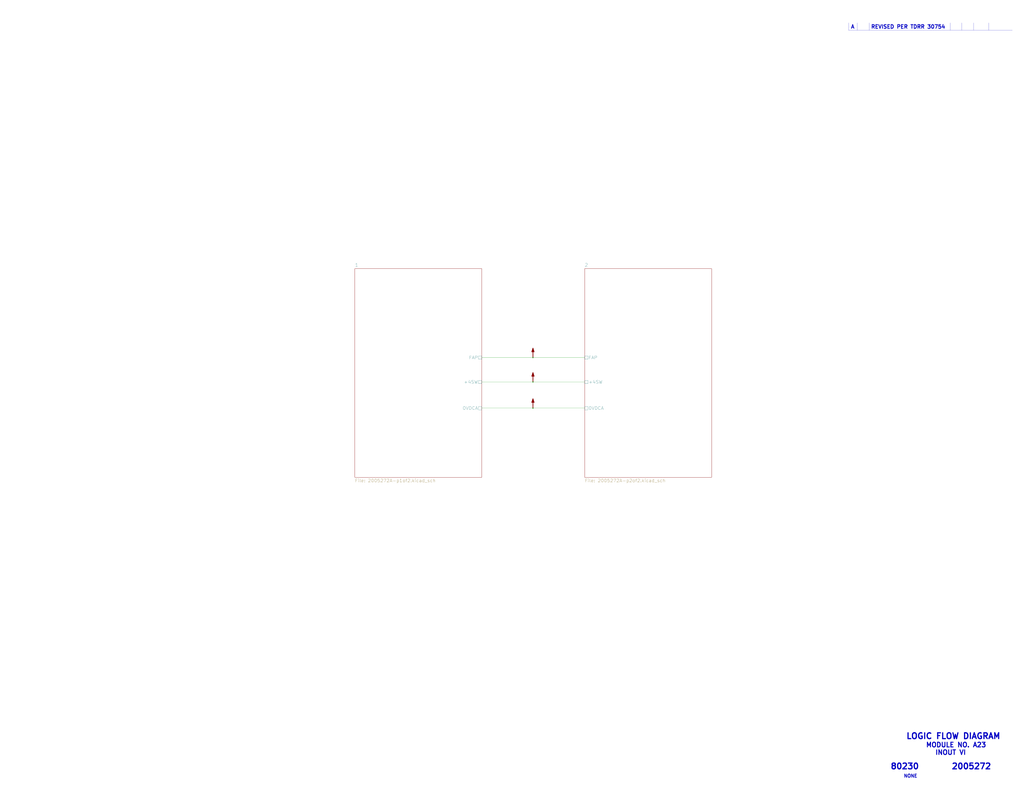
<source format=kicad_sch>
(kicad_sch (version 20211123) (generator eeschema)
  (paper "E")
  (lib_symbols
    (symbol "AGC_DSKY:PWR_FLAG" (power) (pin_numbers hide) (pin_names (offset 0) hide)
      (symbol "PWR_FLAG_0_0"
        (pin power_out line (at 0 0 90) (length 0) (name "pwr") (number "1"))
      )
      (symbol "PWR_FLAG_0_1"
        (polyline (pts (xy 0 0) (xy 0 10.16)) (stroke (width 0.762)))
        (polyline (pts (xy 0 10.16) (xy -1.27 6.35) (xy 1.27 6.35) (xy 0 10.16)) (stroke (width 0.762)) (fill (type outline)))
      )
    )
  )
  (junction (at 581.66 445.77))
  (junction (at 581.66 417.195))
  (junction (at 581.66 390.525))
  (polyline (pts (xy 1037.1074 24.9682) (xy 1037.1074 33.02)) (stroke (width 0.1524) (type solid)))
  (wire (pts (xy 581.66 445.77) (xy 638.175 445.77)))
  (wire (pts (xy 525.78 445.77) (xy 581.66 445.77)))
  (polyline (pts (xy 926.1094 24.9682) (xy 926.1094 33.02)) (stroke (width 0.1524) (type solid)))
  (polyline (pts (xy 926.1094 33.02) (xy 1104.9 33.02)) (stroke (width 0.1524) (type solid)))
  (wire (pts (xy 525.78 417.195) (xy 581.66 417.195)))
  (polyline (pts (xy 948.69 24.9428) (xy 948.69 32.9946)) (stroke (width 0.1524) (type solid)))
  (wire (pts (xy 581.66 390.525) (xy 638.175 390.525)))
  (polyline (pts (xy 1078.992 24.9682) (xy 1078.992 33.02)) (stroke (width 0.1524) (type solid)))
  (polyline (pts (xy 1049.8074 24.9682) (xy 1049.8074 33.02)) (stroke (width 0.1524) (type solid)))
  (wire (pts (xy 525.78 390.525) (xy 581.66 390.525)))
  (polyline (pts (xy 1062.5074 24.9682) (xy 1062.5074 33.02)) (stroke (width 0.1524) (type solid)))
  (wire (pts (xy 581.66 417.195) (xy 638.175 417.195)))
  (polyline (pts (xy 935.7106 24.9682) (xy 935.7106 33.02)) (stroke (width 0.1524) (type solid)))
  (text "LOGIC FLOW DIAGRAM" (at 988.695 807.72 0) (effects (font (size 6.35 6.35) (thickness 1.27) bold) (justify left bottom)))
  (text "INOUT VI" (at 1020.445 824.865 0) (effects (font (size 5.08 5.08) (thickness 1.016) bold) (justify left bottom)))
  (text "2005272" (at 1038.225 840.74 0) (effects (font (size 6.35 6.35) (thickness 1.27) bold) (justify left bottom)))
  (text "A      REVISED PER TDRR 30754" (at 928.37 31.75 0) (effects (font (size 4.064 4.064) (thickness 0.8128) bold) (justify left bottom)))
  (text "80230" (at 971.55 840.74 0) (effects (font (size 6.35 6.35) (thickness 1.27) bold) (justify left bottom)))
  (text "MODULE NO. A23" (at 1010.285 816.61 0) (effects (font (size 5.08 5.08) (thickness 1.016) bold) (justify left bottom)))
  (text "NONE" (at 986.155 849.63 0) (effects (font (size 3.556 3.556) (thickness 0.7112) bold) (justify left bottom)))
  (symbol (lib_id "AGC_DSKY:PWR_FLAG") (at 581.66 445.77 0) (unit 1)
    (property "Reference" "#FLG0103" (effects hide))
    (property "Value" "PWR_FLAG" (effects hide))
  )
  (symbol (lib_id "AGC_DSKY:PWR_FLAG") (at 581.66 417.195 0) (unit 1)
    (property "Reference" "#FLG0102" (effects hide))
    (property "Value" "PWR_FLAG" (effects hide))
  )
  (symbol (lib_id "AGC_DSKY:PWR_FLAG") (at 581.66 390.525 0) (unit 1)
    (property "Reference" "#FLG0101" (effects hide))
    (property "Value" "PWR_FLAG" (effects hide))
  )
  (sheet (at 387.35 293.37) (size 138.43 227.965)
    (property "Sheet name" "1" (at 387.35 291.5154 0) (effects (font (size 3.556 3.556)) (justify left bottom)))
    (property "Sheet file" "2005272A-p1of2.kicad_sch" (at 387.35 522.834 0) (effects (font (size 3.556 3.556)) (justify left top)))
    (pin "0VDCA" passive (at 525.78 445.77 0) (effects (font (size 3.556 3.556))))
    (pin "+4SW" passive (at 525.78 417.195 0) (effects (font (size 3.556 3.556))))
    (pin "FAP" passive (at 525.78 390.525 0) (effects (font (size 3.556 3.556))))
  )
  (sheet (at 638.175 293.37) (size 138.43 227.965)
    (property "Sheet name" "2" (at 638.175 291.5154 0) (effects (font (size 3.556 3.556)) (justify left bottom)))
    (property "Sheet file" "2005272A-p2of2.kicad_sch" (at 638.175 522.834 0) (effects (font (size 3.556 3.556)) (justify left top)))
    (pin "0VDCA" passive (at 638.175 445.77 180) (effects (font (size 3.556 3.556))))
    (pin "+4SW" passive (at 638.175 417.195 180) (effects (font (size 3.556 3.556))))
    (pin "FAP" passive (at 638.175 390.525 180) (effects (font (size 3.556 3.556))))
  )
)
</source>
